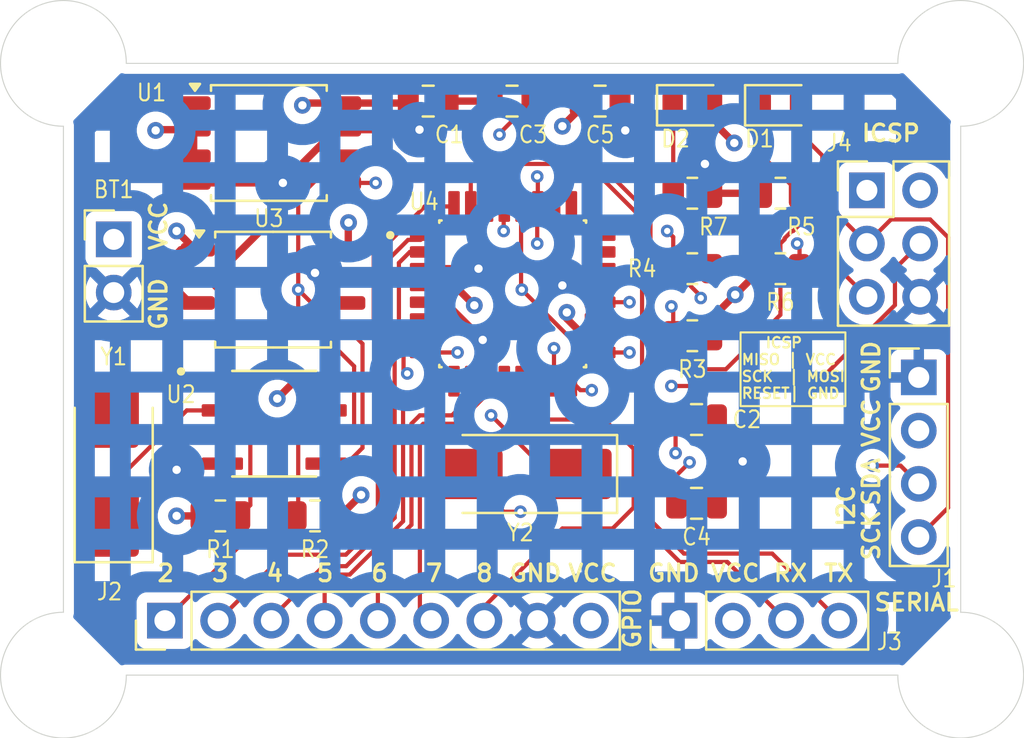
<source format=kicad_pcb>
(kicad_pcb (version 20241229) (generator "pcbnew") (generator_version "9.0")
  (title_block (title "${project_name}") (date "2025-08-11") (rev "1") (comment 1 "2 layer pcb"))
  (layers (0 "F.Cu" mixed) (4 "In1.Cu" mixed) (6 "In2.Cu" mixed) (2 "B.Cu" mixed) (13 "F.Paste" user) (15 "B.Paste" user) (5 "F.SilkS" user "F.Silkscreen") (7 "B.SilkS" user "B.Silkscreen") (1 "F.Mask" user) (3 "B.Mask" user) (25 "Edge.Cuts" user))
  (property "project_name" "MCU Datalogger with memory and clock")
  (net 0 "")
  (net 1 "GND")
  (net 2 "/Vcc")
  (net 3 "Net-(U4-PB6)")
  (net 4 "Net-(U4-PB7)")
  (net 5 "Net-(U4-AREF)")
  (net 6 "Net-(D1-K)")
  (net 7 "/SCK")
  (net 8 "Net-(D2-K)")
  (net 9 "/SDA")
  (net 10 "/D5")
  (net 11 "/D7")
  (net 12 "/D8")
  (net 13 "/D3")
  (net 14 "/D6")
  (net 15 "/D4")
  (net 16 "/D2")
  (net 17 "/TX")
  (net 18 "/RX")
  (net 19 "/RESET")
  (net 20 "/MOSI")
  (net 21 "/MISO")
  (net 22 "Net-(U2-~{INTA})")
  (net 23 "Net-(U2-SQW{slash}~INT)")
  (net 24 "Net-(U2-X2)")
  (net 25 "Net-(U2-X1)")
  (footprint "Capacitor_SMD:C_0805_2012Metric" (layer "F.Cu") (at 170.2 95.4 180)
    (property "Reference" "C2" (at -2.4 0 0) (layer "F.SilkS") (effects (font (size 0.8 0.7) (thickness 0.1))))
    (property "Value" "22pF")
    (pad "1" smd roundrect (at -0.95 0 180) (size 1 1.45) (layers "F.Cu" "F.Mask" "F.Paste") (net 1 "GND"))
    (pad "2" smd roundrect (at 0.95 0 180) (size 1 1.45) (layers "F.Cu" "F.Mask" "F.Paste") (net 3 "Net-(U4-PB6)"))
  )
  (footprint "MountingHole:MountingHole_2.1mm" (layer "F.Cu") (at 140 107.6)
    (property "Reference" "H4" (hide yes))
    (property "Value" "MountingHole" (hide yes))
    (pad "" np_thru_hole circle (at 0 0) (size 2.1 2.1) (drill 2.1) (layers "*.Cu" "*.Mask"))
  )
  (footprint "MountingHole:MountingHole_2.1mm" (layer "F.Cu") (at 182.8 78.4)
    (property "Reference" "H1" (hide yes))
    (property "Value" "MountingHole" (hide yes))
    (pad "" np_thru_hole circle (at 0 0) (size 2.1 2.1) (drill 2.1) (layers "*.Cu" "*.Mask"))
  )
  (footprint "Connector_PinHeader_2.54mm:PinHeader_1x09_P2.54mm_Vertical" (layer "F.Cu") (at 144.84 105 90)
    (property "Reference" "J2" (at 1.38 -2.64 180) (layer "F.SilkS") (effects (font (size 0.8 0.7) (thickness 0.1))))
    (property "Value" "Conn_01x09_Pin" (hide yes))
    (pad "1" thru_hole rect (at 0 0 90) (size 1.7 1.7) (drill 1) (layers "*.Cu" "*.Mask") (net 16 "/D2"))
    (pad "2" thru_hole circle (at 0 2.54 90) (size 1.7 1.7) (drill 1) (layers "*.Cu" "*.Mask") (net 13 "/D3"))
    (pad "3" thru_hole circle (at 0 5.08 90) (size 1.7 1.7) (drill 1) (layers "*.Cu" "*.Mask") (net 15 "/D4"))
    (pad "4" thru_hole circle (at 0 7.62 90) (size 1.7 1.7) (drill 1) (layers "*.Cu" "*.Mask") (net 10 "/D5"))
    (pad "5" thru_hole circle (at 0 10.16 90) (size 1.7 1.7) (drill 1) (layers "*.Cu" "*.Mask") (net 14 "/D6"))
    (pad "6" thru_hole circle (at 0 12.7 90) (size 1.7 1.7) (drill 1) (layers "*.Cu" "*.Mask") (net 11 "/D7"))
    (pad "7" thru_hole circle (at 0 15.24 90) (size 1.7 1.7) (drill 1) (layers "*.Cu" "*.Mask") (net 12 "/D8"))
    (pad "8" thru_hole circle (at 0 17.78 90) (size 1.7 1.7) (drill 1) (layers "*.Cu" "*.Mask") (net 1 "GND"))
    (pad "9" thru_hole circle (at 0 20.32 90) (size 1.7 1.7) (drill 1) (layers "*.Cu" "*.Mask") (net 2 "/Vcc"))
  )
  (footprint "Resistor_SMD:R_0805_2012Metric" (layer "F.Cu") (at 174.2 84.6)
    (property "Reference" "R5" (at 1 1.6 180) (layer "F.SilkS") (effects (font (size 0.8 0.7) (thickness 0.1))))
    (property "Value" "330")
    (pad "1" smd roundrect (at -0.9125 0) (size 1.025 1.4) (layers "F.Cu" "F.Mask" "F.Paste") (roundrect_rratio 0.243902) (net 1 "GND"))
    (pad "2" smd roundrect (at 0.9125 0) (size 1.025 1.4) (layers "F.Cu" "F.Mask" "F.Paste") (roundrect_rratio 0.243902) (net 6 "Net-(D1-K)"))
  )
  (footprint "Connector_PinHeader_2.54mm:PinHeader_1x04_P2.54mm_Vertical" (layer "F.Cu") (at 169.39 105 90)
    (property "Reference" "J3" (at -1 10.01 180) (layer "F.SilkS") (effects (font (size 0.8 0.7) (thickness 0.1))))
    (property "Value" "Conn_01x04_Pin" (hide yes))
    (pad "1" thru_hole rect (at 0 0 90) (size 1.7 1.7) (drill 1) (layers "*.Cu" "*.Mask") (net 1 "GND"))
    (pad "2" thru_hole circle (at 0 2.54 90) (size 1.7 1.7) (drill 1) (layers "*.Cu" "*.Mask") (net 2 "/Vcc"))
    (pad "3" thru_hole circle (at 0 5.08 90) (size 1.7 1.7) (drill 1) (layers "*.Cu" "*.Mask") (net 18 "/RX"))
    (pad "4" thru_hole circle (at 0 7.62 90) (size 1.7 1.7) (drill 1) (layers "*.Cu" "*.Mask") (net 17 "/TX"))
  )
  (footprint "Capacitor_SMD:C_0805_2012Metric" (layer "F.Cu") (at 161.4 80.2)
    (property "Reference" "C3" (at 1 1.6 0) (layer "F.SilkS") (effects (font (size 0.8 0.7) (thickness 0.1))))
    (property "Value" "22pF")
    (pad "1" smd roundrect (at -0.95 0) (size 1 1.45) (layers "F.Cu" "F.Mask" "F.Paste") (net 1 "GND"))
    (pad "2" smd roundrect (at 0.95 0) (size 1 1.45) (layers "F.Cu" "F.Mask" "F.Paste") (net 4 "Net-(U4-PB7)"))
  )
  (footprint "Resistor_SMD:R_0805_2012Metric" (layer "F.Cu") (at 170 91.4 180)
    (property "Reference" "R3" (at 0 -1.6 180) (layer "F.SilkS") (effects (font (size 0.8 0.7) (thickness 0.1))))
    (property "Value" "4.7k")
    (pad "1" smd roundrect (at -0.9125 0 180) (size 1.025 1.4) (layers "F.Cu" "F.Mask" "F.Paste") (roundrect_rratio 0.243902) (net 2 "/Vcc"))
    (pad "2" smd roundrect (at 0.9125 0 180) (size 1.025 1.4) (layers "F.Cu" "F.Mask" "F.Paste") (roundrect_rratio 0.243902) (net 7 "/SCK"))
  )
  (footprint "Package_SO:SOIC-8_5.3x5.3mm_P1.27mm" (layer "F.Cu") (at 149.8 82.2)
    (property "Reference" "U1" (at -5.6 -2.4 0) (layer "F.SilkS") (effects (font (size 0.8 0.7) (thickness 0.1))))
    (property "Value" "24LC1025")
    (pad "1" smd roundrect (at -3.5875 -1.905) (size 1.625 0.65) (layers "F.Cu" "F.Mask" "F.Paste") (net 2 "/Vcc"))
    (pad "2" smd roundrect (at -3.5875 -0.635) (size 1.625 0.65) (layers "F.Cu" "F.Mask" "F.Paste") (net 2 "/Vcc"))
    (pad "3" smd roundrect (at -3.5875 0.635) (size 1.625 0.65) (layers "F.Cu" "F.Mask" "F.Paste") (net 2 "/Vcc"))
    (pad "4" smd roundrect (at -3.5875 1.905) (size 1.625 0.65) (layers "F.Cu" "F.Mask" "F.Paste") (net 1 "GND"))
    (pad "5" smd roundrect (at 3.5875 1.905) (size 1.625 0.65) (layers "F.Cu" "F.Mask" "F.Paste") (net 9 "/SDA"))
    (pad "6" smd roundrect (at 3.5875 0.635) (size 1.625 0.65) (layers "F.Cu" "F.Mask" "F.Paste") (net 7 "/SCK"))
    (pad "7" smd roundrect (at 3.5875 -0.635) (size 1.625 0.65) (layers "F.Cu" "F.Mask" "F.Paste") (net 1 "GND"))
    (pad "8" smd roundrect (at 3.5875 -1.905) (size 1.625 0.65) (layers "F.Cu" "F.Mask" "F.Paste") (net 2 "/Vcc"))
  )
  (footprint "Resistor_SMD:R_0805_2012Metric" (layer "F.Cu") (at 147.4875 100)
    (property "Reference" "R1" (at 0 1.6 0) (layer "F.SilkS") (effects (font (size 0.8 0.7) (thickness 0.1))))
    (property "Value" "10k")
    (pad "1" smd roundrect (at -0.9125 0) (size 1.025 1.4) (layers "F.Cu" "F.Mask" "F.Paste") (roundrect_rratio 0.243902) (net 2 "/Vcc"))
    (pad "2" smd roundrect (at 0.9125 0) (size 1.025 1.4) (layers "F.Cu" "F.Mask" "F.Paste") (roundrect_rratio 0.243902) (net 22 "Net-(U2-~{INTA})"))
  )
  (footprint "LED_SMD:LED_0805_2012Metric" (layer "F.Cu") (at 170 80.4)
    (property "Reference" "D2" (at -0.8 1.6 180) (layer "F.SilkS") (effects (font (size 0.8 0.7) (thickness 0.1))))
    (property "Value" "LED")
    (pad "1" smd roundrect (at -0.9375 0) (size 0.975 1.4) (layers "F.Cu" "F.Mask" "F.Paste") (net 8 "Net-(D2-K)"))
    (pad "2" smd roundrect (at 0.9375 0) (size 0.975 1.4) (layers "F.Cu" "F.Mask" "F.Paste") (net 2 "/Vcc"))
  )
  (footprint "DS1337S_:SOIC127P600X175-8N" (layer "F.Cu") (at 150.055 95.6)
    (property "Reference" "U2" (at -4.445 -1.4 0) (layer "F.SilkS") (effects (font (size 0.8 0.7) (thickness 0.1))))
    (property "Value" "DS1337S_")
    (pad "1" smd roundrect (at -2.475 -1.905) (size 1.97 0.59) (layers "F.Cu" "F.Mask" "F.Paste") (roundrect_rratio 0.125) (net 25 "Net-(U2-X1)"))
    (pad "2" smd roundrect (at -2.475 -0.635) (size 1.97 0.59) (layers "F.Cu" "F.Mask" "F.Paste") (roundrect_rratio 0.125) (net 24 "Net-(U2-X2)"))
    (pad "3" smd roundrect (at -2.475 0.635) (size 1.97 0.59) (layers "F.Cu" "F.Mask" "F.Paste") (roundrect_rratio 0.125) (net 22 "Net-(U2-~{INTA})"))
    (pad "4" smd roundrect (at -2.475 1.905) (size 1.97 0.59) (layers "F.Cu" "F.Mask" "F.Paste") (roundrect_rratio 0.125) (net 1 "GND"))
    (pad "5" smd roundrect (at 2.475 1.905) (size 1.97 0.59) (layers "F.Cu" "F.Mask" "F.Paste") (roundrect_rratio 0.125) (net 9 "/SDA"))
    (pad "6" smd roundrect (at 2.475 0.635) (size 1.97 0.59) (layers "F.Cu" "F.Mask" "F.Paste") (roundrect_rratio 0.125) (net 7 "/SCK"))
    (pad "7" smd roundrect (at 2.475 -0.635) (size 1.97 0.59) (layers "F.Cu" "F.Mask" "F.Paste") (roundrect_rratio 0.125) (net 23 "Net-(U2-SQW{slash}~INT)"))
    (pad "8" smd roundrect (at 2.475 -1.905) (size 1.97 0.59) (layers "F.Cu" "F.Mask" "F.Paste") (roundrect_rratio 0.125) (net 2 "/Vcc"))
  )
  (footprint "Resistor_SMD:R_0805_2012Metric" (layer "F.Cu") (at 170 88.2 180)
    (property "Reference" "R4" (at 2.4 0 180) (layer "F.SilkS") (effects (font (size 0.8 0.7) (thickness 0.1))))
    (property "Value" "4.7k")
    (pad "1" smd roundrect (at -0.9125 0 180) (size 1.025 1.4) (layers "F.Cu" "F.Mask" "F.Paste") (roundrect_rratio 0.243902) (net 2 "/Vcc"))
    (pad "2" smd roundrect (at 0.9125 0 180) (size 1.025 1.4) (layers "F.Cu" "F.Mask" "F.Paste") (roundrect_rratio 0.243902) (net 9 "/SDA"))
  )
  (footprint "MountingHole:MountingHole_2.1mm" (layer "F.Cu") (at 140 78.4)
    (property "Reference" "H2" (hide yes))
    (property "Value" "MountingHole" (hide yes))
    (pad "" np_thru_hole circle (at 0 0) (size 2.1 2.1) (drill 2.1) (layers "*.Cu" "*.Mask"))
  )
  (footprint "Connector_PinHeader_2.54mm:PinHeader_2x03_P2.54mm_Vertical" (layer "F.Cu") (at 178.325 84.46)
    (property "Reference" "J4" (at -1.325 -2.26 0) (layer "F.SilkS") (effects (font (size 0.8 0.7) (thickness 0.1))))
    (property "Value" "Conn_02x03_Odd_Even" (hide yes))
    (pad "1" thru_hole rect (at 0 0) (size 1.7 1.7) (drill 1) (layers "*.Cu" "*.Mask") (net 21 "/MISO"))
    (pad "2" thru_hole circle (at 2.54 0) (size 1.7 1.7) (drill 1) (layers "*.Cu" "*.Mask") (net 2 "/Vcc"))
    (pad "3" thru_hole circle (at 0 2.54) (size 1.7 1.7) (drill 1) (layers "*.Cu" "*.Mask") (net 7 "/SCK"))
    (pad "4" thru_hole circle (at 2.54 2.54) (size 1.7 1.7) (drill 1) (layers "*.Cu" "*.Mask") (net 20 "/MOSI"))
    (pad "5" thru_hole circle (at 0 5.08) (size 1.7 1.7) (drill 1) (layers "*.Cu" "*.Mask") (net 19 "/RESET"))
    (pad "6" thru_hole circle (at 2.54 5.08) (size 1.7 1.7) (drill 1) (layers "*.Cu" "*.Mask") (net 1 "GND"))
  )
  (footprint "Capacitor_SMD:C_0805_2012Metric" (layer "F.Cu") (at 170.2 99.4 180)
    (property "Reference" "C4" (at 0 -1.6 0) (layer "F.SilkS") (effects (font (size 0.8 0.7) (thickness 0.1))))
    (property "Value" "0.1uF")
    (pad "1" smd roundrect (at -0.95 0 180) (size 1 1.45) (layers "F.Cu" "F.Mask" "F.Paste") (net 1 "GND"))
    (pad "2" smd roundrect (at 0.95 0 180) (size 1 1.45) (layers "F.Cu" "F.Mask" "F.Paste") (net 5 "Net-(U4-AREF)"))
  )
  (footprint "Capacitor_SMD:C_0805_2012Metric" (layer "F.Cu") (at 165.6 80.2)
    (property "Reference" "C5" (at 0 1.6 180) (layer "F.SilkS") (effects (font (size 0.8 0.7) (thickness 0.1))))
    (property "Value" "100nF")
    (pad "1" smd roundrect (at -0.95 0) (size 1 1.45) (layers "F.Cu" "F.Mask" "F.Paste") (net 2 "/Vcc"))
    (pad "2" smd roundrect (at 0.95 0) (size 1 1.45) (layers "F.Cu" "F.Mask" "F.Paste") (net 1 "GND"))
  )
  (footprint "ATMEGA328P-AU:QFP80P900X900X120-32N" (layer "F.Cu") (at 161.43 89.4)
    (property "Reference" "U4" (at -4.23 -4.4 0) (layer "F.SilkS") (effects (font (size 0.8 0.7) (thickness 0.1))))
    (property "Value" "ATMEGA328P-AU")
    (pad "1" smd roundrect (at -4.17 -2.8) (size 1.47 0.55) (layers "F.Cu" "F.Mask" "F.Paste") (roundrect_rratio 0.125) (net 13 "/D3"))
    (pad "2" smd roundrect (at -4.17 -2) (size 1.47 0.55) (layers "F.Cu" "F.Mask" "F.Paste") (roundrect_rratio 0.125) (net 15 "/D4"))
    (pad "3" smd roundrect (at -4.17 -1.2) (size 1.47 0.55) (layers "F.Cu" "F.Mask" "F.Paste") (roundrect_rratio 0.125) (net 1 "GND"))
    (pad "4" smd roundrect (at -4.17 -0.4) (size 1.47 0.55) (layers "F.Cu" "F.Mask" "F.Paste") (roundrect_rratio 0.125) (net 2 "/Vcc"))
    (pad "5" smd roundrect (at -4.17 0.4) (size 1.47 0.55) (layers "F.Cu" "F.Mask" "F.Paste") (roundrect_rratio 0.125) (net 1 "GND"))
    (pad "6" smd roundrect (at -4.17 1.2) (size 1.47 0.55) (layers "F.Cu" "F.Mask" "F.Paste") (roundrect_rratio 0.125))
    (pad "7" smd roundrect (at -4.17 2) (size 1.47 0.55) (layers "F.Cu" "F.Mask" "F.Paste") (roundrect_rratio 0.125) (net 3 "Net-(U4-PB6)"))
    (pad "8" smd roundrect (at -4.17 2.8) (size 1.47 0.55) (layers "F.Cu" "F.Mask" "F.Paste") (roundrect_rratio 0.125) (net 4 "Net-(U4-PB7)"))
    (pad "9" smd roundrect (at -2.8 4.17) (size 0.55 1.47) (layers "F.Cu" "F.Mask" "F.Paste") (roundrect_rratio 0.125) (net 10 "/D5"))
    (pad "10" smd roundrect (at -2 4.17) (size 0.55 1.47) (layers "F.Cu" "F.Mask" "F.Paste") (roundrect_rratio 0.125) (net 14 "/D6"))
    (pad "11" smd roundrect (at -1.2 4.17) (size 0.55 1.47) (layers "F.Cu" "F.Mask" "F.Paste") (roundrect_rratio 0.125) (net 11 "/D7"))
    (pad "12" smd roundrect (at -0.4 4.17) (size 0.55 1.47) (layers "F.Cu" "F.Mask" "F.Paste") (roundrect_rratio 0.125) (net 12 "/D8"))
    (pad "13" smd roundrect (at 0.4 4.17) (size 0.55 1.47) (layers "F.Cu" "F.Mask" "F.Paste") (roundrect_rratio 0.125))
    (pad "14" smd roundrect (at 1.2 4.17) (size 0.55 1.47) (layers "F.Cu" "F.Mask" "F.Paste") (roundrect_rratio 0.125))
    (pad "15" smd roundrect (at 2 4.17) (size 0.55 1.47) (layers "F.Cu" "F.Mask" "F.Paste") (roundrect_rratio 0.125) (net 20 "/MOSI"))
    (pad "16" smd roundrect (at 2.8 4.17) (size 0.55 1.47) (layers "F.Cu" "F.Mask" "F.Paste") (roundrect_rratio 0.125) (net 21 "/MISO"))
    (pad "17" smd roundrect (at 4.17 2.8) (size 1.47 0.55) (layers "F.Cu" "F.Mask" "F.Paste") (roundrect_rratio 0.125) (net 7 "/SCK"))
    (pad "18" smd roundrect (at 4.17 2) (size 1.47 0.55) (layers "F.Cu" "F.Mask" "F.Paste") (roundrect_rratio 0.125) (net 2 "/Vcc"))
    (pad "19" smd roundrect (at 4.17 1.2) (size 1.47 0.55) (layers "F.Cu" "F.Mask" "F.Paste") (roundrect_rratio 0.125))
    (pad "20" smd roundrect (at 4.17 0.4) (size 1.47 0.55) (layers "F.Cu" "F.Mask" "F.Paste") (roundrect_rratio 0.125) (net 5 "Net-(U4-AREF)"))
    (pad "21" smd roundrect (at 4.17 -0.4) (size 1.47 0.55) (layers "F.Cu" "F.Mask" "F.Paste") (roundrect_rratio 0.125) (net 1 "GND"))
    (pad "22" smd roundrect (at 4.17 -1.2) (size 1.47 0.55) (layers "F.Cu" "F.Mask" "F.Paste") (roundrect_rratio 0.125))
    (pad "23" smd roundrect (at 4.17 -2) (size 1.47 0.55) (layers "F.Cu" "F.Mask" "F.Paste") (roundrect_rratio 0.125))
    (pad "24" smd roundrect (at 4.17 -2.8) (size 1.47 0.55) (layers "F.Cu" "F.Mask" "F.Paste") (roundrect_rratio 0.125))
    (pad "25" smd roundrect (at 2.8 -4.17) (size 0.55 1.47) (layers "F.Cu" "F.Mask" "F.Paste") (roundrect_rratio 0.125))
    (pad "26" smd roundrect (at 2 -4.17) (size 0.55 1.47) (layers "F.Cu" "F.Mask" "F.Paste") (roundrect_rratio 0.125))
    (pad "27" smd roundrect (at 1.2 -4.17) (size 0.55 1.47) (layers "F.Cu" "F.Mask" "F.Paste") (roundrect_rratio 0.125) (net 9 "/SDA"))
    (pad "28" smd roundrect (at 0.4 -4.17) (size 0.55 1.47) (layers "F.Cu" "F.Mask" "F.Paste") (roundrect_rratio 0.125) (net 7 "/SCK"))
    (pad "29" smd roundrect (at -0.4 -4.17) (size 0.55 1.47) (layers "F.Cu" "F.Mask" "F.Paste") (roundrect_rratio 0.125) (net 19 "/RESET"))
    (pad "30" smd roundrect (at -1.2 -4.17) (size 0.55 1.47) (layers "F.Cu" "F.Mask" "F.Paste") (roundrect_rratio 0.125) (net 18 "/RX"))
    (pad "31" smd roundrect (at -2 -4.17) (size 0.55 1.47) (layers "F.Cu" "F.Mask" "F.Paste") (roundrect_rratio 0.125) (net 17 "/TX"))
    (pad "32" smd roundrect (at -2.8 -4.17) (size 0.55 1.47) (layers "F.Cu" "F.Mask" "F.Paste") (roundrect_rratio 0.125) (net 16 "/D2"))
  )
  (footprint "MountingHole:MountingHole_2.1mm" (layer "F.Cu") (at 182.8 107.6)
    (property "Reference" "H3" (hide yes))
    (property "Value" "MountingHole" (hide yes))
    (pad "" np_thru_hole circle (at 0 0) (size 2.1 2.1) (drill 2.1) (layers "*.Cu" "*.Mask"))
  )
  (footprint "Resistor_SMD:R_0805_2012Metric" (layer "F.Cu") (at 174.2 88.2)
    (property "Reference" "R6" (at 0 1.6 180) (layer "F.SilkS") (effects (font (size 0.8 0.7) (thickness 0.1))))
    (property "Value" "10k")
    (pad "1" smd roundrect (at -0.9125 0) (size 1.025 1.4) (layers "F.Cu" "F.Mask" "F.Paste") (roundrect_rratio 0.243902) (net 2 "/Vcc"))
    (pad "2" smd roundrect (at 0.9125 0) (size 1.025 1.4) (layers "F.Cu" "F.Mask" "F.Paste") (roundrect_rratio 0.243902) (net 19 "/RESET"))
  )
  (footprint "Crystal:Crystal_SMD_5032-2Pin_5.0x3.2mm_HandSoldering" (layer "F.Cu") (at 142.4 97.6 90)
    (property "Reference" "Y1" (at 5.2 0 180) (layer "F.SilkS") (effects (font (size 0.8 0.7) (thickness 0.1))))
    (property "Value" "32.768 KHz")
    (pad "1" smd roundrect (at -2.6 0 90) (size 3.5 2.4) (layers "F.Cu" "F.Mask" "F.Paste") (roundrect_rratio 0.104167) (net 24 "Net-(U2-X2)"))
    (pad "2" smd roundrect (at 2.6 0 90) (size 3.5 2.4) (layers "F.Cu" "F.Mask" "F.Paste") (roundrect_rratio 0.104167) (net 25 "Net-(U2-X1)"))
  )
  (footprint "Connector_PinHeader_2.54mm:PinHeader_1x02_P2.54mm_Vertical" (layer "F.Cu") (at 142.4 86.8)
    (property "Reference" "BT1" (at 0 -2.38 0) (layer "F.SilkS") (effects (font (size 0.8 0.7) (thickness 0.1))))
    (property "Value" "Battery" (hide yes))
    (pad "1" thru_hole rect (at 0 0) (size 1.7 1.7) (drill 1) (layers "*.Cu" "*.Mask") (net 2 "/Vcc"))
    (pad "2" thru_hole circle (at 0 2.54) (size 1.7 1.7) (drill 1) (layers "*.Cu" "*.Mask") (net 1 "GND"))
  )
  (footprint "Resistor_SMD:R_0805_2012Metric" (layer "F.Cu") (at 170 84.6)
    (property "Reference" "R7" (at 1 1.6 180) (layer "F.SilkS") (effects (font (size 0.8 0.7) (thickness 0.1))))
    (property "Value" "330")
    (pad "1" smd roundrect (at -0.9125 0) (size 1.025 1.4) (layers "F.Cu" "F.Mask" "F.Paste") (roundrect_rratio 0.243902) (net 8 "Net-(D2-K)"))
    (pad "2" smd roundrect (at 0.9125 0) (size 1.025 1.4) (layers "F.Cu" "F.Mask" "F.Paste") (roundrect_rratio 0.243902) (net 1 "GND"))
  )
  (footprint "LED_SMD:LED_0805_2012Metric" (layer "F.Cu") (at 174.2 80.4)
    (property "Reference" "D1" (at -1 1.6 180) (layer "F.SilkS") (effects (font (size 0.8 0.7) (thickness 0.1))))
    (property "Value" "LED")
    (pad "1" smd roundrect (at -0.9375 0) (size 0.975 1.4) (layers "F.Cu" "F.Mask" "F.Paste") (net 6 "Net-(D1-K)"))
    (pad "2" smd roundrect (at 0.9375 0) (size 0.975 1.4) (layers "F.Cu" "F.Mask" "F.Paste") (net 7 "/SCK"))
  )
  (footprint "Resistor_SMD:R_0805_2012Metric" (layer "F.Cu") (at 152 100 180)
    (property "Reference" "R2" (at 0 -1.6 0) (layer "F.SilkS") (effects (font (size 0.8 0.7) (thickness 0.1))))
    (property "Value" "10k")
    (pad "1" smd roundrect (at -0.9125 0 180) (size 1.025 1.4) (layers "F.Cu" "F.Mask" "F.Paste") (roundrect_rratio 0.243902) (net 2 "/Vcc"))
    (pad "2" smd roundrect (at 0.9125 0 180) (size 1.025 1.4) (layers "F.Cu" "F.Mask" "F.Paste") (roundrect_rratio 0.243902) (net 23 "Net-(U2-SQW{slash}~INT)"))
  )
  (footprint "Package_SO:SOIC-8_5.3x5.3mm_P1.27mm" (layer "F.Cu") (at 150 89.2)
    (property "Reference" "U3" (at -0.2 -3.4 0) (layer "F.SilkS") (effects (font (size 0.8 0.7) (thickness 0.1))))
    (property "Value" "24LC1025")
    (pad "1" smd roundrect (at -3.5875 -1.905) (size 1.625 0.65) (layers "F.Cu" "F.Mask" "F.Paste") (net 2 "/Vcc"))
    (pad "2" smd roundrect (at -3.5875 -0.635) (size 1.625 0.65) (layers "F.Cu" "F.Mask" "F.Paste") (net 1 "GND"))
    (pad "3" smd roundrect (at -3.5875 0.635) (size 1.625 0.65) (layers "F.Cu" "F.Mask" "F.Paste") (net 2 "/Vcc"))
    (pad "4" smd roundrect (at -3.5875 1.905) (size 1.625 0.65) (layers "F.Cu" "F.Mask" "F.Paste") (net 1 "GND"))
    (pad "5" smd roundrect (at 3.5875 1.905) (size 1.625 0.65) (layers "F.Cu" "F.Mask" "F.Paste") (net 9 "/SDA"))
    (pad "6" smd roundrect (at 3.5875 0.635) (size 1.625 0.65) (layers "F.Cu" "F.Mask" "F.Paste") (net 7 "/SCK"))
    (pad "7" smd roundrect (at 3.5875 -0.635) (size 1.625 0.65) (layers "F.Cu" "F.Mask" "F.Paste") (net 1 "GND"))
    (pad "8" smd roundrect (at 3.5875 -1.905) (size 1.625 0.65) (layers "F.Cu" "F.Mask" "F.Paste") (net 2 "/Vcc"))
  )
  (footprint "Crystal:Crystal_SMD_5032-2Pin_5.0x3.2mm_HandSoldering" (layer "F.Cu") (at 161.8 98 180)
    (property "Reference" "Y2" (at 0 -2.8 0) (layer "F.SilkS") (effects (font (size 0.8 0.7) (thickness 0.1))))
    (property "Value" "16MHz")
    (pad "1" smd roundrect (at -2.6 0 180) (size 3.5 2.4) (layers "F.Cu" "F.Mask" "F.Paste") (roundrect_rratio 0.104167) (net 4 "Net-(U4-PB7)"))
    (pad "2" smd roundrect (at 2.6 0 180) (size 3.5 2.4) (layers "F.Cu" "F.Mask" "F.Paste") (roundrect_rratio 0.104167) (net 3 "Net-(U4-PB6)"))
  )
  (footprint "Connector_PinHeader_2.54mm:PinHeader_1x04_P2.54mm_Vertical" (layer "F.Cu") (at 180.8 93.39)
    (property "Reference" "J1" (at 1.2 9.61 0) (layer "F.SilkS") (effects (font (size 0.8 0.7) (thickness 0.1))))
    (property "Value" "Conn_01x04_Pin" (hide yes))
    (pad "1" thru_hole rect (at 0 0) (size 1.7 1.7) (drill 1) (layers "*.Cu" "*.Mask") (net 1 "GND"))
    (pad "2" thru_hole circle (at 0 2.54) (size 1.7 1.7) (drill 1) (layers "*.Cu" "*.Mask") (net 2 "/Vcc"))
    (pad "3" thru_hole circle (at 0 5.08) (size 1.7 1.7) (drill 1) (layers "*.Cu" "*.Mask") (net 9 "/SDA"))
    (pad "4" thru_hole circle (at 0 7.62) (size 1.7 1.7) (drill 1) (layers "*.Cu" "*.Mask") (net 7 "/SCK"))
  )
  (footprint "Capacitor_SMD:C_0805_2012Metric" (layer "F.Cu") (at 157.4 80.2)
    (property "Reference" "C1" (at 1 1.6 180) (layer "F.SilkS") (effects (font (size 0.8 0.7) (thickness 0.1))))
    (property "Value" "10uF")
    (pad "1" smd roundrect (at -0.95 0) (size 1 1.45) (layers "F.Cu" "F.Mask" "F.Paste") (net 2 "/Vcc"))
    (pad "2" smd roundrect (at 0.95 0) (size 1 1.45) (layers "F.Cu" "F.Mask" "F.Paste") (net 1 "GND"))
  )
  (gr_rect (start 172.3 91.24) (end 177.3 94.76) (stroke (width 0.1)) (fill no) (layer "F.SilkS"))
  (gr_arc (start 143 107.6) (mid 137.87868 109.72132) (end 140 104.6) (stroke (width 0.05)) (layer "Edge.Cuts"))
  (gr_line (start 143 78.4) (end 179.8 78.4) (stroke (width 0.05)) (layer "Edge.Cuts"))
  (gr_arc (start 179.8 78.4) (mid 184.92132 76.27868) (end 182.8 81.4) (stroke (width 0.05)) (layer "Edge.Cuts"))
  (gr_arc (start 140 81.4) (mid 137.87868 76.27868) (end 143 78.4) (stroke (width 0.05)) (layer "Edge.Cuts"))
  (gr_line (start 179.8 107.6) (end 143 107.6) (stroke (width 0.05)) (layer "Edge.Cuts"))
  (gr_line (start 140 104.6) (end 140 81.4) (stroke (width 0.05)) (layer "Edge.Cuts"))
  (gr_arc (start 182.8 104.6) (mid 184.92132 109.72132) (end 179.8 107.6) (stroke (width 0.05)) (layer "Edge.Cuts"))
  (gr_line (start 182.8 81.4) (end 182.8 104.6) (stroke (width 0.05)) (layer "Edge.Cuts"))
  (gr_text "GND" (at 179 94.2 90) (layer "F.SilkS") (effects (font (size 0.8 0.8) (thickness 0.15) (bold yes)) (justify left bottom)))
  (gr_text "TX" (at 176.2 103.2 0) (layer "F.SilkS") (effects (font (size 0.8 0.8) (thickness 0.15) (bold yes)) (justify left bottom)))
  (gr_text "SDA" (at 179 99.6 90) (layer "F.SilkS") (effects (font (size 0.8 0.8) (thickness 0.15) (bold yes)) (justify left bottom)))
  (gr_text "VCC\n" (at 170.8 103.2 0) (layer "F.SilkS") (effects (font (size 0.8 0.8) (thickness 0.15) (bold yes)) (justify left bottom)))
  (gr_text "VCC\n" (at 164 103.2 0) (layer "F.SilkS") (effects (font (size 0.8 0.8) (thickness 0.15) (bold yes)) (justify left bottom)))
  (gr_text "RX" (at 173.8 103.2 0) (layer "F.SilkS") (effects (font (size 0.8 0.8) (thickness 0.15) (bold yes)) (justify left bottom)))
  (gr_text "5" (at 152 103.2 0) (layer "F.SilkS") (effects (font (size 0.8 0.8) (thickness 0.15) (bold yes)) (justify left bottom)))
  (gr_text "7" (at 157.2 103.2 0) (layer "F.SilkS") (effects (font (size 0.8 0.8) (thickness 0.15) (bold yes)) (justify left bottom)))
  (gr_text "   ICSP\nMISO | VCC\nSCK  | MOSI\nRESET| GND" (at 172.3 94.44 0) (layer "F.SilkS") (effects (font (size 0.5 0.5) (thickness 0.1)) (justify left bottom)))
  (gr_text "SERIAL\n" (at 178.6 104.6 0) (layer "F.SilkS") (effects (font (size 0.8 0.8) (thickness 0.15) (bold yes)) (justify left bottom)))
  (gr_text "8" (at 159.6 103.2 0) (layer "F.SilkS") (effects (font (size 0.8 0.8) (thickness 0.15) (bold yes)) (justify left bottom)))
  (gr_text "SCK" (at 179 102.2 90) (layer "F.SilkS") (effects (font (size 0.8 0.8) (thickness 0.15) (bold yes)) (justify left bottom)))
  (gr_text "3\n" (at 147 103.2 0) (layer "F.SilkS") (effects (font (size 0.8 0.8) (thickness 0.15) (bold yes)) (justify left bottom)))
  (gr_text "VCC\n" (at 179 96.8 90) (layer "F.SilkS") (effects (font (size 0.8 0.8) (thickness 0.15) (bold yes)) (justify left bottom)))
  (gr_text "VCC\n" (at 145 87.4 90) (layer "F.SilkS") (effects (font (size 0.8 0.8) (thickness 0.15) (bold yes)) (justify left bottom)))
  (gr_text "ICSP" (at 178 82.2 0) (layer "F.SilkS") (effects (font (size 0.8 0.8) (thickness 0.15) (bold yes)) (justify left bottom)))
  (gr_text "GND" (at 167.8 103.2 0) (layer "F.SilkS") (effects (font (size 0.8 0.8) (thickness 0.15) (bold yes)) (justify left bottom)))
  (gr_text "4" (at 149.6 103.2 0) (layer "F.SilkS") (effects (font (size 0.8 0.8) (thickness 0.15) (bold yes)) (justify left bottom)))
  (gr_text "I2C" (at 177.8 100.6 90) (layer "F.SilkS") (effects (font (size 0.8 0.8) (thickness 0.15) (bold yes)) (justify left bottom)))
  (gr_text "2" (at 144.4 103.2 0) (layer "F.SilkS") (effects (font (size 0.8 0.8) (thickness 0.15) (bold yes)) (justify left bottom)))
  (gr_text "6\n" (at 154.6 103.2 0) (layer "F.SilkS") (effects (font (size 0.8 0.8) (thickness 0.15) (bold yes)) (justify left bottom)))
  (gr_text "GND" (at 145 91.2 90) (layer "F.SilkS") (effects (font (size 0.8 0.8) (thickness 0.15) (bold yes)) (justify left bottom)))
  (gr_text "GND" (at 161.2 103.2 0) (layer "F.SilkS") (effects (font (size 0.8 0.8) (thickness 0.15) (bold yes)) (justify left bottom)))
  (gr_text "GPIO\n" (at 167.6 106.4 90) (layer "F.SilkS") (effects (font (size 0.8 0.8) (thickness 0.15) (bold yes)) (justify left bottom)))
  (segment (start 157.26 89.8) (end 158.034088 89.8) (width 0.35) (layer "F.Cu") (net 1))
  (segment (start 158.35 80.2) (end 160.45 80.2) (width 0.35) (layer "F.Cu") (net 1))
  (segment (start 156.985 81.565) (end 156.8 81.565) (width 0.35) (layer "F.Cu") (net 1))
  (segment (start 145.695 97.505) (end 145.4 97.8) (width 0.35) (layer "F.Cu") (net 1))
  (segment (start 146.4125 88.565) (end 146.791768 88.565) (width 0.35) (layer "F.Cu") (net 1))
  (segment (start 150.4 84.105) (end 150.468232 84.105) (width 0.35) (layer "F.Cu") (net 1))
  (segment (start 166.55 80.2) (end 166.55 81.35) (width 0.35) (layer "F.Cu") (net 1))
  (segment (start 146.4125 88.565) (end 147.224999 88.565) (width 0.35) (layer "F.Cu") (net 1))
  (segment (start 147.58 97.505) (end 145.695 97.505) (width 0.35) (layer "F.Cu") (net 1))
  (segment (start 158.034088 88.2) (end 157.26 88.2) (width 0.35) (layer "F.Cu") (net 1))
  (segment (start 146.791768 88.565) (end 147.651 89.424232) (width 0.35) (layer "F.Cu") (net 1))
  (segment (start 147.295 91.105) (end 146.4125 91.105) (width 0.35) (layer "F.Cu") (net 1))
  (segment (start 146.2125 84.105) (end 150.4 84.105) (width 0.35) (layer "F.Cu") (net 1))
  (segment (start 153.5875 88.565) (end 152.165 88.565) (width 0.35) (layer "F.Cu") (net 1))
  (segment (start 171.15 97.4) (end 172.4 97.4) (width 0.35) (layer "F.Cu") (net 1))
  (segment (start 153.3875 81.565) (end 156.985 81.565) (width 0.35) (layer "F.Cu") (net 1))
  (segment (start 173.2875 84.6) (end 170.9125 84.6) (width 0.35) (layer "F.Cu") (net 1))
  (segment (start 152.165 88.565) (end 152 88.4) (width 0.35) (layer "F.Cu") (net 1))
  (segment (start 166.55 81.35) (end 166.8 81.6) (width 0.35) (layer "F.Cu") (net 1))
  (segment (start 153.008232 81.565) (end 153.3875 81.565) (width 0.35) (layer "F.Cu") (net 1))
  (segment (start 160 91.6) (end 158.2 89.8) (width 0.35) (layer "F.Cu") (net 1))
  (segment (start 147.651 89.424232) (end 147.651 90.749) (width 0.35) (layer "F.Cu") (net 1))
  (segment (start 171.15 95.4) (end 171.15 97.4) (width 0.35) (layer "F.Cu") (net 1))
  (segment (start 165.6 89) (end 163.8 89) (width 0.35) (layer "F.Cu") (net 1))
  (segment (start 147.224999 88.565) (end 150.468232 85.321767) (width 0.35) (layer "F.Cu") (net 1))
  (segment (start 147.651 90.749) (end 147.295 91.105) (width 0.35) (layer "F.Cu") (net 1))
  (segment (start 170.9125 83.5125) (end 170.6 83.2) (width 0.35) (layer "F.Cu") (net 1))
  (segment (start 170.9125 84.6) (end 170.9125 83.5125) (width 0.35) (layer "F.Cu") (net 1))
  (segment (start 171.15 97.4) (end 171.15 99.4) (width 0.35) (layer "F.Cu") (net 1))
  (segment (start 156.985 81.565) (end 158.35 80.2) (width 0.35) (layer "F.Cu") (net 1))
  (segment (start 157.26 88.2) (end 159.8 88.2) (width 0.35) (layer "F.Cu") (net 1))
  (segment (start 150.468232 85.321767) (end 150.468232 84.105) (width 0.35) (layer "F.Cu") (net 1))
  (segment (start 150.468232 84.105) (end 153.008232 81.565) (width 0.35) (layer "F.Cu") (net 1))
  (segment (start 158.2 89.8) (end 157.26 89.8) (width 0.35) (layer "F.Cu") (net 1))
  (via (at 170.6 83.2) (size 0.8) (drill 0.4) (layers "F.Cu" "B.Cu") (net 1))
  (via (at 156.985 81.565) (size 0.8) (drill 0.4) (layers "F.Cu" "B.Cu") (net 1))
  (via (at 159.8 88.2) (size 0.8) (drill 0.4) (layers "F.Cu" "B.Cu") (net 1))
  (via (at 166.8 81.6) (size 0.8) (drill 0.4) (layers "F.Cu" "B.Cu") (net 1))
  (via (at 145.4 97.8) (size 0.8) (drill 0.4) (layers "F.Cu" "B.Cu") (net 1))
  (via (at 172.4 97.4) (size 0.8) (drill 0.4) (layers "F.Cu" "B.Cu") (net 1))
  (via (at 163.8 89) (size 0.8) (drill 0.4) (layers "F.Cu" "B.Cu") (net 1))
  (via (at 152 88.4) (size 0.8) (drill 0.4) (layers "F.Cu" "B.Cu") (net 1))
  (via (at 160 91.6) (size 0.8) (drill 0.4) (layers "F.Cu" "B.Cu") (net 1))
  (via (at 150.468232 84.105) (size 0.8) (drill 0.4) (layers "F.Cu" "B.Cu") (net 1))
  (segment (start 170.9125 90.575) (end 172.04375 89.44375) (width 0.35) (layer "F.Cu") (net 2))
  (segment (start 152.53 93.695) (end 150.905 93.695) (width 0.35) (layer "F.Cu") (net 2))
  (segment (start 164.65 80.2) (end 164.65 80.55) (width 0.35) (layer "F.Cu") (net 2))
  (segment (start 151.505 80.295) (end 151.4 80.4) (width 0.35) (layer "F.Cu") (net 2))
  (segment (start 170.9125 91.4) (end 170.9125 90.575) (width 0.35) (layer "F.Cu") (net 2))
  (segment (start 173.2875 88.2) (end 172.04375 89.44375) (width 0.35) (layer "F.Cu") (net 2))
  (segment (start 150.905 93.695) (end 150.2 94.4) (width 0.35) (layer "F.Cu") (net 2))
  (segment (start 153.2 100) (end 154.2 99) (width 0.35) (layer "F.Cu") (net 2))
  (segment (start 157.26 89) (end 158.65 89) (width 0.35) (layer "F.Cu") (net 2))
  (segment (start 144.435 81.565) (end 144.4 81.6) (width 0.35) (layer "F.Cu") (net 2))
  (segment (start 146.575 100) (end 145.4 100) (width 0.35) (layer "F.Cu") (net 2))
  (segment (start 164.825912 91.4) (end 165.6 91.4) (width 0.35) (layer "F.Cu") (net 2))
  (segment (start 146.4125 89.835) (end 146.033232 89.835) (width 0.35) (layer "F.Cu") (net 2))
  (segment (start 153.5875 86.0125) (end 153.6 86) (width 0.35) (layer "F.Cu") (net 2))
  (segment (start 145.174 88.975768) (end 145.174 87.721001) (width 0.35) (layer "F.Cu") (net 2))
  (segment (start 164.65 80.55) (end 163.8 81.4) (width 0.35) (layer "F.Cu") (net 2))
  (segment (start 146.033232 89.835) (end 145.174 88.975768) (width 0.35) (layer "F.Cu") (net 2))
  (segment (start 145.174 87.721001) (end 145.600001 87.295) (width 0.35) (layer "F.Cu") (net 2))
  (segment (start 156.355 80.295) (end 156.45 80.2) (width 0.35) (layer "F.Cu") (net 2))
  (segment (start 146.2125 81.565) (end 144.435 81.565) (width 0.35) (layer "F.Cu") (net 2))
  (segment (start 153.3875 80.295) (end 156.355 80.295) (width 0.35) (layer "F.Cu") (net 2))
  (segment (start 146.4125 87.295) (end 146.295 87.295) (width 0.35) (layer "F.Cu") (net 2))
  (segment (start 170.9375 81.1375) (end 172 82.2) (width 0.35) (layer "F.Cu") (net 2))
  (segment (start 146.2125 82.835) (end 146.2125 80.295) (width 0.35) (layer "F.Cu") (net 2))
  (segment (start 153.5875 87.295) (end 153.5875 86.0125) (width 0.35) (layer "F.Cu") (net 2))
  (segment (start 145.600001 87.295) (end 146.4125 87.295) (width 0.35) (layer "F.Cu") (net 2))
  (segment (start 170.9375 80.4) (end 170.9375 81.1375) (width 0.35) (layer "F.Cu") (net 2))
  (segment (start 173.2875 88.2) (end 170.9125 88.2) (width 0.35) (layer "F.Cu") (net 2))
  (segment (start 153.3875 80.295) (end 151.505 80.295) (width 0.35) (layer "F.Cu") (net 2))
  (segment (start 164.012706 90.287044) (end 164.012706 90.586794) (width 0.35) (layer "F.Cu") (net 2))
  (segment (start 146.295 87.295) (end 145.4 86.4) (width 0.35) (layer "F.Cu") (net 2))
  (segment (start 164.012706 90.586794) (end 164.825912 91.4) (width 0.35) (layer "F.Cu") (net 2))
  (segment (start 158.65 89) (end 159.6 89.95) (width 0.35) (layer "F.Cu") (net 2))
  (segment (start 152.9125 100) (end 153.2 100) (width 0.35) (layer "F.Cu") (net 2))
  (via (at 154.2 99) (size 0.8) (drill 0.4) (layers "F.Cu" "B.Cu") (net 2))
  (via (at 150.2 94.4) (size 0.8) (drill 0.4) (layers "F.Cu" "B.Cu") (net 2))
  (via (at 172.04375 89.44375) (size 0.8) (drill 0.4) (layers "F.Cu" "B.Cu") (net 2))
  (via (at 163.8 81.4) (size 0.8) (drill 0.4) (layers "F.Cu" "B.Cu") (net 2))
  (via (at 172 82.2) (size 0.8) (drill 0.4) (layers "F.Cu" "B.Cu") (net 2))
  (via (at 145.4 100) (size 0.8) (drill 0.4) (layers "F.Cu" "B.Cu") (net 2))
  (via (at 164.012706 90.287044) (size 0.8) (drill 0.4) (layers "F.Cu" "B.Cu") (net 2))
  (via (at 144.4 81.6) (size 0.8) (drill 0.4) (layers "F.Cu" "B.Cu") (net 2))
  (via (at 151.4 80.4) (size 0.8) (drill 0.4) (layers "F.Cu" "B.Cu") (net 2))
  (via (at 145.4 86.4) (size 0.8) (drill 0.4) (layers "F.Cu" "B.Cu") (net 2))
  (via (at 153.6 86) (size 0.8) (drill 0.4) (layers "F.Cu" "B.Cu") (net 2))
  (via (at 159.6 89.95) (size 0.8) (drill 0.4) (layers "F.Cu" "B.Cu") (net 2))
  (segment (start 156.662688 91.4) (end 157.26 91.4) (width 0.2) (layer "F.Cu") (net 3))
  (segment (start 161 99.8) (end 159.2 98) (width 0.2) (layer "F.Cu") (net 3))
  (segment (start 156.4 93.2) (end 156.224 93.024) (width 0.2) (layer "F.Cu") (net 3))
  (segment (start 169.2 97) (end 169.2 95.45) (width 0.2) (layer "F.Cu") (net 3))
  (segment (start 169.2 95.45) (end 169.25 95.4) (width 0.2) (layer "F.Cu") (net 3))
  (segment (start 156.224 93.024) (end 156.224 91.838688) (width 0.2) (layer "F.Cu") (net 3))
  (segment (start 156.224 91.838688) (end 156.662688 91.4) (width 0.2) (layer "F.Cu") (net 3))
  (segment (start 161.8 99.8) (end 161 99.8) (width 0.2) (layer "F.Cu") (net 3))
  (via (at 156.4 93.2) (size 0.6) (drill 0.3) (layers "F.Cu" "B.Cu") (net 3))
  (via (at 161.8 99.8) (size 0.6) (drill 0.3) (layers "F.Cu" "B.Cu") (net 3))
  (via (at 169.2 97) (size 0.6) (drill 0.3) (layers "F.Cu" "B.Cu") (net 3))
  (segment (start 163.2 98) (end 160.4 95.2) (width 0.2) (layer "F.Cu") (net 4))
  (segment (start 162.35 80.2) (end 160.8 81.75) (width 0.2) (layer "F.Cu") (net 4))
  (segment (start 164.4 98) (end 163.2 98) (width 0.2) (layer "F.Cu") (net 4))
  (segment (start 160.8 81.75) (end 160.8 81.8) (width 0.2) (layer "F.Cu") (net 4))
  (segment (start 158.8 92.2) (end 157.26 92.2) (width 0.2) (layer "F.Cu") (net 4))
  (via (at 158.8 92.2) (size 0.6) (drill 0.3) (layers "F.Cu" "B.Cu") (net 4))
  (via (at 160.4 95.2) (size 0.6) (drill 0.3) (layers "F.Cu" "B.Cu") (net 4))
  (via (at 160.8 81.8) (size 0.6) (drill 0.3) (layers "F.Cu" "B.Cu") (net 4))
  (segment (start 169.25 99.4) (end 169.25 98.059403) (width 0.2) (layer "F.Cu") (net 5))
  (segment (start 167 89.8) (end 165.6 89.8) (width 0.2) (layer "F.Cu") (net 5))
  (segment (start 169.25 98.059403) (end 169.865642 97.443761) (width 0.2) (layer "F.Cu") (net 5))
  (via (at 169.865642 97.443761) (size 0.6) (drill 0.3) (layers "F.Cu" "B.Cu") (net 5))
  (via (at 167 89.8) (size 0.6) (drill 0.3) (layers "F.Cu" "B.Cu") (net 5))
  (segment (start 175.1125 84.6) (end 173.2625 82.75) (width 0.2) (layer "F.Cu") (net 6))
  (segment (start 173.2625 82.75) (end 173.2625 80.4) (width 0.2) (layer "F.Cu") (net 6))
  (segment (start 176.2 84.8) (end 176.2 84.875) (width 0.2) (layer "F.Cu") (net 7))
  (segment (start 176.2 85.01116) (end 174.81216 86.399) (width 0.2) (layer "F.Cu") (net 7))
  (segment (start 182.199 86.70624) (end 181.34176 85.849) (width 0.2) (layer "F.Cu") (net 7))
  (segment (start 161.83 89.165) (end 161.83 85.23) (width 0.2) (layer "F.Cu") (net 7))
  (segment (start 179.476 85.849) (end 178.325 87) (width 0.2) (layer "F.Cu") (net 7))
  (segment (start 153.866 95.884) (end 153.515 96.235) (width 0.2) (layer "F.Cu") (net 7))
  (segment (start 175.1375 81.7375) (end 176.2 82.8) (width 0.2) (layer "F.Cu") (net 7))
  (segment (start 167 92.2) (end 165.6 92.2) (width 0.2) (layer "F.Cu") (net 7))
  (segment (start 175.1375 80.4) (end 175.1375 81.7375) (width 0.2) (layer "F.Cu") (net 7))
  (segment (start 164.865 92.2) (end 165.6 92.2) (width 0.2) (layer "F.Cu") (net 7))
  (segment (start 170 93) (end 169.0875 92.0875) (width 0.2) (layer "F.Cu") (net 7))
  (segment (start 174.2 87) (end 174.2 90.4) (width 0.2) (layer "F.Cu") (net 7))
  (segment (start 153.18501 82.835) (end 153.3875 82.835) (width 0.2) (layer "F.Cu") (net 7))
  (segment (start 169.0875 92.0875) (end 169.0875 91.4) (width 0.2) (layer "F.Cu") (net 7))
  (segment (start 174.81216 86.399) (end 174.751057 86.399) (width 0.2) (layer "F.Cu") (net 7))
  (segment (start 152.474 91.46399) (end 153.866 92.85599) (width 0.2) (layer "F.Cu") (net 7))
  (segment (start 171.6 93) (end 170 93) (width 0.2) (layer "F.Cu") (net 7))
  (segment (start 151.835 89.835) (end 153.5875 89.835) (width 0.2) (layer "F.Cu") (net 7))
  (segment (start 161.865 89.2) (end 164.865 92.2) (width 0.2) (layer "F.Cu") (net 7))
  (segment (start 151.2 84.82001) (end 153.18501 82.835) (width 0.2) (layer "F.Cu") (net 7))
  (segment (start 176.2 82.8) (end 176.2 84.8) (width 0.2) (layer "F.Cu") (net 7))
  (segment (start 174.399 86.801) (end 174.2 87) (width 0.2) (layer "F.Cu") (net 7))
  (segment (start 182.199 99.611) (end 182.199 86.70624) (width 0.2) (layer "F.Cu") (net 7))
  (segment (start 151.2 89.2) (end 151.2 84.82001) (width 0.2) (layer "F.Cu") (net 7))
  (segment (start 152.46399 91.46399) (end 152.474 91.46399) (width 0.2) (layer "F.Cu") (net 7))
  (segment (start 174.751057 86.399) (end 174.399 86.751057) (width 0.2) (layer "F.Cu") (net 7))
  (segment (start 169.0875 91.4) (end 169.0875 90.0875) (width 0.2) (layer "F.Cu") (net 7))
  (segment (start 151.2 90.2) (end 152.46399 91.46399) (width 0.2) (layer "F.Cu") (net 7))
  (segment (start 174.399 86.751057) (end 174.399 86.801) (width 0.2) (layer "F.Cu") (net 7))
  (segment (start 181.34176 85.849) (end 179.476 85.849) (width 0.2) (layer "F.Cu") (net 7))
  (segment (start 153.866 92.85599) (end 153.866 95.884) (width 0.2) (layer "F.Cu") (net 7))
  (segment (start 151.2 89.2) (end 151.2 90.2) (width 0.2) (layer "F.Cu") (net 7))
  (segment (start 153.515 96.235) (end 152.53 96.235) (width 0.2) (layer "F.Cu") (net 7))
  (segment (start 180.8 101.01) (end 182.199 99.611) (width 0.2) (layer "F.Cu") (net 7))
  (segment (start 169.0875 90.0875) (end 169 90) (width 0.2) (layer "F.Cu") (net 7))
  (segment (start 174.2 90.4) (end 171.6 93) (width 0.2) (layer "F.Cu") (net 7))
  (segment (start 151.2 89.2) (end 151.835 89.835) (width 0.2) (layer "F.Cu") (net 7))
  (segment (start 176.2 84.8) (end 176.2 85.01116) (width 0.2) (layer "F.Cu") (net 7))
  (segment (start 176.2 84.875) (end 178.325 87) (width 0.2) (layer "F.Cu") (net 7))
  (segment (start 161.865 89.2) (end 161.83 89.165) (width 0.2) (layer "F.Cu") (net 7))
  (via (at 151.2 89.2) (size 0.6) (drill 0.3) (layers "F.Cu" "B.Cu") (net 7))
  (via (at 161.865 89.2) (size 0.6) (drill 0.3) (layers "F.Cu" "B.Cu") (net 7))
  (via (at 167 92.2) (size 0.6) (drill 0.3) (layers "F.Cu" "B.Cu") (net 7))
  (via (at 169 90) (size 0.6) (drill 0.3) (layers "F.Cu" "B.Cu") (net 7))
  (segment (start 169.0875 80.425) (end 169.0625 80.4) (width 0.2) (layer "F.Cu") (net 8))
  (segment (start 169.0875 84.6) (end 169.0875 80.425) (width 0.2) (layer "F.Cu") (net 8))
  (segment (start 154.267 91.7845) (end 153.5875 91.105) (width 0.2) (layer "F.Cu") (net 9))
  (segment (start 154.8 90.704999) (end 154.399999 91.105) (width 0.2) (layer "F.Cu") (net 9))
  (segment (start 162.6 85.26) (end 162.63 85.23) (width 0.2) (layer "F.Cu") (net 9))
  (segment (start 169.0875 86.6875) (end 168.8 86.4) (width 0.2) (layer "F.Cu") (net 9))
  (segment (start 153.515 97.505) (end 154.267 96.753) (width 0.2) (layer "F.Cu") (net 9))
  (segment (start 179.93 97.6) (end 178.6 97.6) (width 0.2) (layer "F.Cu") (net 9))
  (segment (start 170.4 89.5125) (end 169.0875 88.2) (width 0.2) (layer "F.Cu") (net 9))
  (segment (start 162.6 87) (end 162.6 85.26) (width 0.2) (layer "F.Cu") (net 9))
  (segment (start 169.0875 88.2) (end 169.0875 86.6875) (width 0.2) (layer "F.Cu") (net 9))
  (segment (start 170.4 89.6) (end 170.4 89.5125) (width 0.2) (layer "F.Cu") (net 9))
  (segment (start 180.8 98.47) (end 179.93 97.6) (width 0.2) (layer "F.Cu") (net 9))
  (segment (start 152.53 97.505) (end 153.515 97.505) (width 0.2) (layer "F.Cu") (net 9))
  (segment (start 153.3875 84.105) (end 154.8 85.5175) (width 0.2) (layer "F.Cu") (net 9))
  (segment (start 154.8 85.5175) (end 154.8 90.704999) (width 0.2) (layer "F.Cu") (net 9))
  (segment (start 154.267 96.753) (end 154.267 91.7845) (width 0.2) (layer "F.Cu") (net 9))
  (segment (start 154.895 84.105) (end 153.3875 84.105) (width 0.2) (layer "F.Cu") (net 9))
  (segment (start 154.399999 91.105) (end 153.5875 91.105) (width 0.2) (layer "F.Cu") (net 9))
  (segment (start 162.63 85.23) (end 162.63 83.83) (width 0.2) (layer "F.Cu") (net 9))
  (segment (start 162.63 83.83) (end 162.6 83.8) (width 0.2) (layer "F.Cu") (net 9))
  (via (at 162.6 87) (size 0.6) (drill 0.3) (layers "F.Cu" "B.Cu") (net 9))
  (via (at 162.6 83.8) (size 0.6) (drill 0.3) (layers "F.Cu" "B.Cu") (net 9))
  (via (at 168.8 86.4) (size 0.6) (drill 0.3) (layers "F.Cu" "B.Cu") (net 9))
  (via (at 170.4 89.6) (size 0.6) (drill 0.3) (layers "F.Cu" "B.Cu") (net 9))
  (via (at 154.895 84.105) (size 0.6) (drill 0.3) (layers "F.Cu" "B.Cu") (net 9))
  (via (at 178.6 97.6) (size 0.6) (drill 0.3) (layers "F.Cu" "B.Cu") (net 9))
  (segment (start 152.8 102.801) (end 153.65686 102.801) (width 0.2) (layer "F.Cu") (net 10))
  (segment (start 157.43 93.57) (end 158.63 93.57) (width 0.2) (layer "F.Cu") (net 10))
  (segment (start 152.46 103.141) (end 152.8 102.801) (width 0.2) (layer "F.Cu") (net 10))
  (segment (start 156.201 100.25686) (end 156.201 94.799) (width 0.2) (layer "F.Cu") (net 10))
  (segment (start 153.65686 102.801) (end 156.201 100.25686) (width 0.2) (layer "F.Cu") (net 10))
  (segment (start 156.201 94.799) (end 157.43 93.57) (width 0.2) (layer "F.Cu") (net 10))
  (segment (start 152.46 105) (end 152.46 103.141) (width 0.2) (layer "F.Cu") (net 10))
  (segment (start 158.7021 95.6) (end 158.797312 95.6) (width 0.2) (layer "F.Cu") (net 11))
  (segment (start 160.23 94.167312) (end 160.23 93.57) (width 0.2) (layer "F.Cu") (net 11))
  (segment (start 158.7011 95.601) (end 158.7021 95.6) (width 0.2) (layer "F.Cu") (net 11))
  (segment (start 157.54 105) (end 157.003 104.463) (width 0.2) (layer "F.Cu") (net 11))
  (segment (start 157.1661 95.601) (end 158.7011 95.601) (width 0.2) (layer "F.Cu") (net 11))
  (segment (start 158.797312 95.6) (end 160.23 94.167312) (width 0.2) (layer "F.Cu") (net 11))
  (segment (start 157.003 104.463) (end 157.003 95.7641) (width 0.2) (layer "F.Cu") (net 11))
  (segment (start 157.003 95.7641) (end 157.1661 95.601) (width 0.2) (layer "F.Cu") (net 11))
  (segment (start 160.08 104.32) (end 163.8 100.6) (width 0.2) (layer "F.Cu") (net 12))
  (segment (start 163.8 100.6) (end 166.2 100.6) (width 0.2) (layer "F.Cu") (net 12))
  (segment (start 160.08 105) (end 160.08 104.32) (width 0.2) (layer "F.Cu") (net 12))
  (segment (start 166.2 100.6) (end 167.2 99.6) (width 0.2) (layer "F.Cu") (net 12))
  (segment (start 162 95.4) (end 161.03 94.43) (width 0.2) (layer "F.Cu") (net 12))
  (segment (start 167.2 99.6) (end 167.2 96.8) (width 0.2) (layer "F.Cu") (net 12))
  (segment (start 165.8 95.4) (end 162 95.4) (width 0.2) (layer "F.Cu") (net 12))
  (segment (start 161.03 94.43) (end 161.03 93.57) (width 0.2) (layer "F.Cu") (net 12))
  (segment (start 167.2 96.8) (end 165.8 95.4) (width 0.2) (layer "F.Cu") (net 12))
  (segment (start 153.47266 101.851) (end 155.399 99.92466) (width 0.2) (layer "F.Cu") (net 13))
  (segment (start 147.38 105) (end 150.529 101.851) (width 0.2) (layer "F.Cu") (net 13))
  (segment (start 155.399 91.240199) (end 155.602 91.037199) (width 0.2) (layer "F.Cu") (net 13))
  (segment (start 150.529 101.851) (end 153.47266 101.851) (width 0.2) (layer "F.Cu") (net 13))
  (segment (start 155.399 99.92466) (end 155.399 91.240199) (width 0.2) (layer "F.Cu") (net 13))
  (segment (start 156.438688 86.824) (end 157.036 86.824) (width 0.2) (layer "F.Cu") (net 13))
  (segment (start 155.602 87.660688) (end 156.438688 86.824) (width 0.2) (layer "F.Cu") (net 13))
  (segment (start 155.602 91.037199) (end 155.602 87.660688) (width 0.2) (layer "F.Cu") (net 13))
  (segment (start 157.036 86.824) (end 157.26 86.6) (width 0.2) (layer "F.Cu") (net 13))
  (segment (start 158.535 95.2) (end 159.43 94.305) (width 0.2) (layer "F.Cu") (net 14))
  (segment (start 155 105) (end 155 102.02496) (width 0.2) (layer "F.Cu") (net 14))
  (segment (start 156.602 100.42296) (end 156.602 95.598) (width 0.2) (layer "F.Cu") (net 14))
  (segment (start 157 95.2) (end 158.535 95.2) (width 0.2) (layer "F.Cu") (net 14))
  (segment (start 156.602 95.598) (end 157 95.2) (width 0.2) (layer "F.Cu") (net 14))
  (segment (start 159.43 94.305) (end 159.43 93.57) (width 0.2) (layer "F.Cu") (net 14))
  (segment (start 155 102.02496) (end 156.602 100.42296) (width 0.2) (layer "F.Cu") (net 14))
  (segment (start 157.26 87.574) (end 157.26 87.4) (width 0.2) (layer "F.Cu") (net 15))
  (segment (start 155.8 100.09076) (end 155.8 91.6) (width 0.2) (layer "F.Cu") (net 15))
  (segment (start 149.92 105) (end 149.92 104.88) (width 0.2) (layer "F.Cu") (net 15))
  (segment (start 152.4 102.4) (end 153.49076 102.4) (width 0.2) (layer "F.Cu") (net 15))
  (segment (start 156.003 91.203299) (end 156.003 87.922) (width 0.2) (layer "F.Cu") (net 15))
  (segment (start 156.003 87.922) (end 156.525 87.4) (width 0.2) (layer "F.Cu") (net 15))
  (segment (start 156 91.4) (end 156 91.206299) (width 0.2) (layer "F.Cu") (net 15))
  (segment (start 149.92 104.88) (end 152.4 102.4) (width 0.2) (layer "F.Cu") (net 15))
  (segment (start 156 91.206299) (end 156.003 91.203299) (width 0.2) (layer "F.Cu") (net 15))
  (segment (start 153.49076 102.4) (end 155.8 100.09076) (width 0.2) (layer "F.Cu") (net 15))
  (segment (start 155.8 91.6) (end 156 91.4) (width 0.2) (layer "F.Cu") (net 15))
  (segment (start 156.525 87.4) (end 157.26 87.4) (width 0.2) (layer "F.Cu") (net 15))
  (segment (start 148.46172 101.37828) (end 153.37828 101.37828) (width 0.2) (layer "F.Cu") (net 16))
  (segment (start 155.201 87.261688) (end 157.232688 85.23) (width 0.2) (layer "F.Cu") (net 16))
  (segment (start 144.84 105) (end 148.46172 101.37828) (width 0.2) (layer "F.Cu") (net 16))
  (segment (start 154.998 91.074099) (end 155.201 90.871099) (width 0.2) (layer "F.Cu") (net 16))
  (segment (start 154.998 99.75856) (end 154.998 91.074099) (width 0.2) (layer "F.Cu") (net 16))
  (segment (start 157.232688 85.23) (end 158.63 85.23) (width 0.2) (layer "F.Cu") (net 16))
  (segment (start 153.37828 101.37828) (end 154.998 99.75856) (width 0.2) (layer "F.Cu") (net 16))
  (segment (start 155.201 90.871099) (end 155.201 87.261688) (width 0.2) (layer "F.Cu") (net 16))
  (segment (start 165.1671 82.8) (end 160.6 82.8) (width 0.2) (layer "F.Cu") (net 17))
  (segment (start 168.002 100.201) (end 168.002 85.6349) (width 0.2) (layer "F.Cu") (net 17))
  (segment (start 160.6 82.8) (end 159.43 83.97) (width 0.2) (layer "F.Cu") (net 17))
  (segment (start 159.43 83.97) (end 159.43 85.23) (width 0.2) (layer "F.Cu") (net 17))
  (segment (start 168.002 85.6349) (end 165.1671 82.8) (width 0.2) (layer "F.Cu") (net 17))
  (segment (start 169.6 101.799) (end 168.002 100.201) (width 0.2) (layer "F.Cu") (net 17))
  (segment (start 173.809 101.799) (end 169.6 101.799) (width 0.2) (layer "F.Cu") (net 17))
  (segment (start 177.01 105) (end 173.809 101.799) (width 0.2) (layer "F.Cu") (net 17))
  (segment (start 167.601 85.801) (end 165 83.2) (width 0.2) (layer "F.Cu") (net 18))
  (segment (start 174.47 105) (end 171.67 102.2) (width 0.2) (layer "F.Cu") (net 18))
  (segment (start 160.23 84.57) (end 160.23 85.23) (width 0.2) (layer "F.Cu") (net 18))
  (segment (start 171.67 102.2) (end 169.4 102.2) (width 0.2) (layer "F.Cu") (net 18))
  (segment (start 165 83.2) (end 161.6 83.2) (width 0.2) (layer "F.Cu") (net 18))
  (segment (start 167.601 100.401) (end 167.601 85.801) (width 0.2) (layer "F.Cu") (net 18))
  (segment (start 161.6 83.2) (end 160.23 84.57) (width 0.2) (layer "F.Cu") (net 18))
  (segment (start 169.4 102.2) (end 167.601 100.401) (width 0.2) (layer "F.Cu") (net 18))
  (segment (start 175 87) (end 175.1125 87.1125) (width 0.2) (layer "F.Cu") (net 19))
  (segment (start 161 86.4) (end 161 85.26) (width 0.2) (layer "F.Cu") (net 19))
  (segment (start 161 85.26) (end 161.03 85.23) (width 0.2) (layer "F.Cu") (net 19))
  (segment (start 176.985 88.2) (end 175.1125 88.2) (width 0.2) (layer "F.Cu") (net 19))
  (segment (start 175.1125 87.1125) (end 175.1125 88.2) (width 0.2) (layer "F.Cu") (net 19))
  (segment (start 178.325 89.54) (end 176.985 88.2) (width 0.2) (layer "F.Cu") (net 19))
  (via (at 175 87) (size 0.6) (drill 0.3) (layers "F.Cu" "B.Cu") (net 19))
  (via (at 161 86.4) (size 0.6) (drill 0.3) (layers "F.Cu" "B.Cu") (net 19))
  (segment (start 179.664 88.201) (end 179.664 89.936) (width 0.2) (layer "F.Cu") (net 20))
  (segment (start 163.4 92) (end 163.4 93.54) (width 0.2) (layer "F.Cu") (net 20))
  (segment (start 163.4 93.54) (end 163.43 93.57) (width 0.2) (layer "F.Cu") (net 20))
  (segment (start 175.8 93.8) (end 169 93.8) (width 0.2) (layer "F.Cu") (net 20))
  (segment (start 180.865 87) (end 179.664 88.201) (width 0.2) (layer "F.Cu") (net 20))
  (segment (start 179.664 89.936) (end 175.8 93.8) (width 0.2) (layer "F.Cu") (net 20))
  (via (at 169 93.8) (size 0.6) (drill 0.3) (layers "F.Cu" "B.Cu") (net 20))
  (via (at 163.4 92) (size 0.6) (drill 0.3) (layers "F.Cu" "B.Cu") (net 20))
  (segment (start 165.2 94) (end 164.66 94) (width 0.2) (layer "F.Cu") (net 21))
  (segment (start 164.66 94) (end 164.23 93.57) (width 0.2) (layer "F.Cu") (net 21))
  (via (at 165.2 94) (size 0.6) (drill 0.3) (layers "F.Cu" "B.Cu") (net 21))
  (segment (start 148.635 96.235) (end 147.58 96.235) (width 0.2) (layer "F.Cu") (net 22))
  (segment (start 148.4 100) (end 148.916 99.484) (width 0.2) (layer "F.Cu") (net 22))
  (segment (start 148.916 96.516) (end 148.635 96.235) (width 0.2) (layer "F.Cu") (net 22))
  (segment (start 148.916 99.484) (end 148.916 96.516) (width 0.2) (layer "F.Cu") (net 22))
  (segment (start 151.0875 100) (end 151.2 99.8875) (width 0.2) (layer "F.Cu") (net 23))
  (segment (start 151.2 99.8875) (end 151.2 95.31) (width 0.2) (layer "F.Cu") (net 23))
  (segment (start 151.545 94.965) (end 152.53 94.965) (width 0.2) (layer "F.Cu") (net 23))
  (segment (start 151.2 95.31) (end 151.545 94.965) (width 0.2) (layer "F.Cu") (net 23))
  (segment (start 142.4 100.2) (end 142.4 98.450001) (width 0.2) (layer "F.Cu") (net 24))
  (segment (start 145.885001 94.965) (end 147.58 94.965) (width 0.2) (layer "F.Cu") (net 24))
  (segment (start 142.4 98.450001) (end 145.885001 94.965) (width 0.2) (layer "F.Cu") (net 24))
  (segment (start 143.705 93.695) (end 147.58 93.695) (width 0.2) (layer "F.Cu") (net 25))
  (segment (start 142.4 95) (end 143.705 93.695) (width 0.2) (layer "F.Cu") (net 25))
  (zone (net 1) (net_name "GND") (layer "B.Cu") (connect_pads (clearance 0.5)) (min_thickness 0.25) (fill yes (mode hatch) (thermal_gap 0.5) (thermal_bridge_width 0.5) (hatch_thickness 1) (hatch_gap 1.5) (hatch_orientation 0) (hatch_border_algorithm hatch_thickness) (hatch_min_hole_area 0.3))
    (polygon (pts (xy 143 78.6) (xy 140.2 81.4) (xy 140.2 104.6) (xy 143 107.4) (xy 179.8 107.4) (xy 182.6 104.6) (xy 182.6 81.4) (xy 179.8 78.6)))
  )
)
</source>
